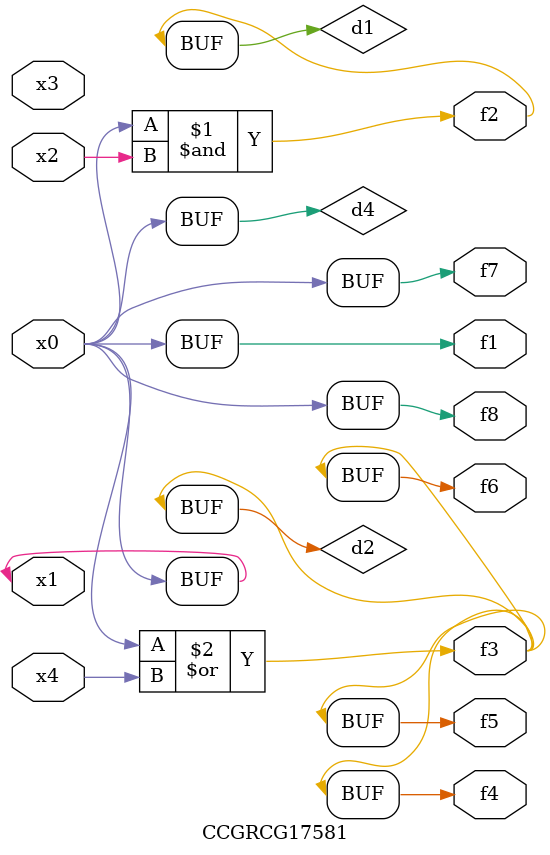
<source format=v>
module CCGRCG17581(
	input x0, x1, x2, x3, x4,
	output f1, f2, f3, f4, f5, f6, f7, f8
);

	wire d1, d2, d3, d4;

	and (d1, x0, x2);
	or (d2, x0, x4);
	nand (d3, x0, x2);
	buf (d4, x0, x1);
	assign f1 = d4;
	assign f2 = d1;
	assign f3 = d2;
	assign f4 = d2;
	assign f5 = d2;
	assign f6 = d2;
	assign f7 = d4;
	assign f8 = d4;
endmodule

</source>
